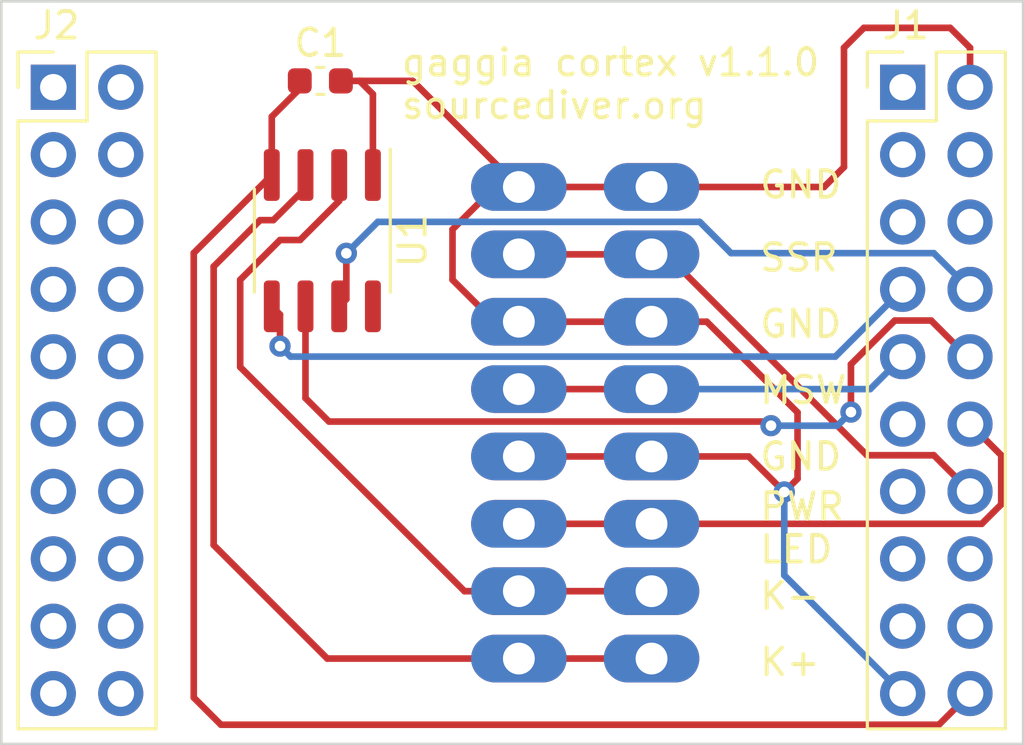
<source format=kicad_pcb>
(kicad_pcb (version 20221018) (generator pcbnew)
  (layers (0 "F.Cu" signal) (31 "B.Cu" signal) (34 "B.Paste" user) (35 "F.Paste" user) (36 "B.SilkS" user "B.Silkscreen") (37 "F.SilkS" user "F.Silkscreen") (38 "B.Mask" user) (39 "F.Mask" user) (44 "Edge.Cuts" user))
  (net 0 "")
  (net 1 "+3.3V")
  (net 2 "GND")
  (net 3 "+5V")
  (net 7 "/SCK")
  (net 8 "/MISO")
  (net 9 "/MAIN_SWITCH_IN")
  (net 10 "/CS_MAX31855")
  (net 12 "/POWER_LED")
  (net 14 "/SSR_OUT")
  (net 39 "/K_MINUS")
  (net 40 "/K_PLUS")
  (footprint "Capacitor_SMD:C_0603_1608Metric" (layer "F.Cu") (at 110.52 97.5)
    (fp_text reference "C1" (at 0 -1.43) (layer "F.SilkS"))
    (fp_text value "C_Small" hide)
    (fp_line (start -0.14058 -0.51) (end 0.14058 -0.51) (stroke (width 0.12)) (layer "F.SilkS"))
    (fp_line (start -0.14058 0.51) (end 0.14058 0.51) (stroke (width 0.12)) (layer "F.SilkS"))
    (pad "1" smd roundrect (at -0.775 0) (size 0.9 0.95) (layers "F.Cu" "F.Paste" "F.Mask") (net 1 "+3.3V"))
    (pad "2" smd roundrect (at 0.775 0) (size 0.9 0.95) (layers "F.Cu" "F.Paste" "F.Mask") (net 2 "GND"))
  )
  (footprint "Package_SO:SOIC-8_3.9x4.9mm_P1.27mm" (layer "F.Cu") (at 110.595 103.525 -90)
    (fp_text reference "U1" (at 0 -3.4 90) (layer "F.SilkS"))
    (fp_text value "MAX31855EASA" hide)
    (fp_line (start 0 -2.56) (end -3.45 -2.56) (stroke (width 0.12)) (layer "F.SilkS"))
    (fp_line (start 0 -2.56) (end 1.95 -2.56) (stroke (width 0.12)) (layer "F.SilkS"))
    (fp_line (start 0 2.56) (end -1.95 2.56) (stroke (width 0.12)) (layer "F.SilkS"))
    (fp_line (start 0 2.56) (end 1.95 2.56) (stroke (width 0.12)) (layer "F.SilkS"))
    (pad "1" smd roundrect (at -2.475 -1.905 270) (size 1.95 0.6) (layers "F.Cu" "F.Paste" "F.Mask") (net 2 "GND"))
    (pad "2" smd roundrect (at -2.475 -0.635 270) (size 1.95 0.6) (layers "F.Cu" "F.Paste" "F.Mask") (net 39 "/K_MINUS"))
    (pad "3" smd roundrect (at -2.475 0.635 270) (size 1.95 0.6) (layers "F.Cu" "F.Paste" "F.Mask") (net 40 "/K_PLUS"))
    (pad "4" smd roundrect (at -2.475 1.905 270) (size 1.95 0.6) (layers "F.Cu" "F.Paste" "F.Mask") (net 1 "+3.3V"))
    (pad "5" smd roundrect (at 2.475 1.905 270) (size 1.95 0.6) (layers "F.Cu" "F.Paste" "F.Mask") (net 7 "/SCK"))
    (pad "6" smd roundrect (at 2.475 0.635 270) (size 1.95 0.6) (layers "F.Cu" "F.Paste" "F.Mask") (net 10 "/CS_MAX31855"))
    (pad "7" smd roundrect (at 2.475 -0.635 270) (size 1.95 0.6) (layers "F.Cu" "F.Paste" "F.Mask") (net 8 "/MISO"))
    (pad "8" smd roundrect (at 2.475 -1.905 270) (size 1.95 0.6) (layers "F.Cu" "F.Paste" "F.Mask"))
  )
  (footprint "Connector_PinHeader_2.54mm:PinHeader_2x10_P2.54mm_Vertical" (layer "F.Cu") (at 132.46 97.74)
    (fp_text reference "J1" (at 0.11998 -2.33) (layer "F.SilkS"))
    (fp_text value "Conn_02x10_Odd_Even" hide)
    (fp_line (start -1.33 -1.33) (end 0 -1.33) (stroke (width 0.12)) (layer "F.SilkS"))
    (fp_line (start -1.33 0) (end -1.33 -1.33) (stroke (width 0.12)) (layer "F.SilkS"))
    (fp_line (start -1.33 1.27) (end -1.33 24.19) (stroke (width 0.12)) (layer "F.SilkS"))
    (fp_line (start -1.33 1.27) (end 1.27 1.27) (stroke (width 0.12)) (layer "F.SilkS"))
    (fp_line (start -1.33 24.19) (end 3.87 24.19) (stroke (width 0.12)) (layer "F.SilkS"))
    (fp_line (start 1.27 -1.33) (end 3.87 -1.33) (stroke (width 0.12)) (layer "F.SilkS"))
    (fp_line (start 1.27 1.27) (end 1.27 -1.33) (stroke (width 0.12)) (layer "F.SilkS"))
    (fp_line (start 3.87 -1.33) (end 3.87 24.19) (stroke (width 0.12)) (layer "F.SilkS"))
    (pad "1" thru_hole rect (at 0 0) (size 1.7 1.7) (drill 1) (layers "*.Cu" "*.Mask") (net 3 "+5V"))
    (pad "2" thru_hole oval (at 2.54 0) (size 1.7 1.7) (drill 1) (layers "*.Cu" "*.Mask") (net 2 "GND"))
    (pad "3" thru_hole oval (at 0 2.54) (size 1.7 1.7) (drill 1) (layers "*.Cu" "*.Mask"))
    (pad "4" thru_hole oval (at 2.54 2.54) (size 1.7 1.7) (drill 1) (layers "*.Cu" "*.Mask"))
    (pad "5" thru_hole oval (at 0 5.08) (size 1.7 1.7) (drill 1) (layers "*.Cu" "*.Mask"))
    (pad "6" thru_hole oval (at 2.54 5.08) (size 1.7 1.7) (drill 1) (layers "*.Cu" "*.Mask"))
    (pad "7" thru_hole oval (at 0 7.62) (size 1.7 1.7) (drill 1) (layers "*.Cu" "*.Mask") (net 7 "/SCK"))
    (pad "8" thru_hole oval (at 2.54 7.62) (size 1.7 1.7) (drill 1) (layers "*.Cu" "*.Mask") (net 8 "/MISO"))
    (pad "9" thru_hole oval (at 0 10.16) (size 1.7 1.7) (drill 1) (layers "*.Cu" "*.Mask") (net 9 "/MAIN_SWITCH_IN"))
    (pad "10" thru_hole oval (at 2.54 10.16) (size 1.7 1.7) (drill 1) (layers "*.Cu" "*.Mask") (net 10 "/CS_MAX31855"))
    (pad "11" thru_hole oval (at 0 12.7) (size 1.7 1.7) (drill 1) (layers "*.Cu" "*.Mask"))
    (pad "12" thru_hole oval (at 2.54 12.7) (size 1.7 1.7) (drill 1) (layers "*.Cu" "*.Mask") (net 12 "/POWER_LED"))
    (pad "13" thru_hole oval (at 0 15.24) (size 1.7 1.7) (drill 1) (layers "*.Cu" "*.Mask"))
    (pad "14" thru_hole oval (at 2.54 15.24) (size 1.7 1.7) (drill 1) (layers "*.Cu" "*.Mask") (net 14 "/SSR_OUT"))
    (pad "15" thru_hole oval (at 0 17.78) (size 1.7 1.7) (drill 1) (layers "*.Cu" "*.Mask"))
    (pad "16" thru_hole oval (at 2.54 17.78) (size 1.7 1.7) (drill 1) (layers "*.Cu" "*.Mask"))
    (pad "17" thru_hole oval (at 0 20.32) (size 1.7 1.7) (drill 1) (layers "*.Cu" "*.Mask"))
    (pad "18" thru_hole oval (at 2.54 20.32) (size 1.7 1.7) (drill 1) (layers "*.Cu" "*.Mask"))
    (pad "19" thru_hole oval (at 0 22.86) (size 1.7 1.7) (drill 1) (layers "*.Cu" "*.Mask") (net 2 "GND"))
    (pad "20" thru_hole oval (at 2.54 22.86) (size 1.7 1.7) (drill 1) (layers "*.Cu" "*.Mask") (net 1 "+3.3V"))
  )
  (footprint "Connector_PinHeader_2.54mm:PinHeader_2x10_P2.54mm_Vertical" (layer "F.Cu") (at 100.46 97.74)
    (fp_text reference "J2" (at 0.11998 -2.33) (layer "F.SilkS"))
    (fp_text value "Conn_02x10_Odd_Even" hide)
    (fp_line (start -1.33 -1.33) (end 0 -1.33) (stroke (width 0.12)) (layer "F.SilkS"))
    (fp_line (start -1.33 0) (end -1.33 -1.33) (stroke (width 0.12)) (layer "F.SilkS"))
    (fp_line (start -1.33 1.27) (end -1.33 24.19) (stroke (width 0.12)) (layer "F.SilkS"))
    (fp_line (start -1.33 1.27) (end 1.27 1.27) (stroke (width 0.12)) (layer "F.SilkS"))
    (fp_line (start -1.33 24.19) (end 3.87 24.19) (stroke (width 0.12)) (layer "F.SilkS"))
    (fp_line (start 1.27 -1.33) (end 3.87 -1.33) (stroke (width 0.12)) (layer "F.SilkS"))
    (fp_line (start 1.27 1.27) (end 1.27 -1.33) (stroke (width 0.12)) (layer "F.SilkS"))
    (fp_line (start 3.87 -1.33) (end 3.87 24.19) (stroke (width 0.12)) (layer "F.SilkS"))
    (pad "1" thru_hole rect (at 0 0) (size 1.7 1.7) (drill 1) (layers "*.Cu" "*.Mask"))
    (pad "2" thru_hole oval (at 2.54 0) (size 1.7 1.7) (drill 1) (layers "*.Cu" "*.Mask"))
    (pad "3" thru_hole oval (at 0 2.54) (size 1.7 1.7) (drill 1) (layers "*.Cu" "*.Mask"))
    (pad "4" thru_hole oval (at 2.54 2.54) (size 1.7 1.7) (drill 1) (layers "*.Cu" "*.Mask"))
    (pad "5" thru_hole oval (at 0 5.08) (size 1.7 1.7) (drill 1) (layers "*.Cu" "*.Mask"))
    (pad "6" thru_hole oval (at 2.54 5.08) (size 1.7 1.7) (drill 1) (layers "*.Cu" "*.Mask"))
    (pad "7" thru_hole oval (at 0 7.62) (size 1.7 1.7) (drill 1) (layers "*.Cu" "*.Mask"))
    (pad "8" thru_hole oval (at 2.54 7.62) (size 1.7 1.7) (drill 1) (layers "*.Cu" "*.Mask"))
    (pad "9" thru_hole oval (at 0 10.16) (size 1.7 1.7) (drill 1) (layers "*.Cu" "*.Mask"))
    (pad "10" thru_hole oval (at 2.54 10.16) (size 1.7 1.7) (drill 1) (layers "*.Cu" "*.Mask"))
    (pad "11" thru_hole oval (at 0 12.7) (size 1.7 1.7) (drill 1) (layers "*.Cu" "*.Mask"))
    (pad "12" thru_hole oval (at 2.54 12.7) (size 1.7 1.7) (drill 1) (layers "*.Cu" "*.Mask"))
    (pad "13" thru_hole oval (at 0 15.24) (size 1.7 1.7) (drill 1) (layers "*.Cu" "*.Mask"))
    (pad "14" thru_hole oval (at 2.54 15.24) (size 1.7 1.7) (drill 1) (layers "*.Cu" "*.Mask"))
    (pad "15" thru_hole oval (at 0 17.78) (size 1.7 1.7) (drill 1) (layers "*.Cu" "*.Mask"))
    (pad "16" thru_hole oval (at 2.54 17.78) (size 1.7 1.7) (drill 1) (layers "*.Cu" "*.Mask"))
    (pad "17" thru_hole oval (at 0 20.32) (size 1.7 1.7) (drill 1) (layers "*.Cu" "*.Mask"))
    (pad "18" thru_hole oval (at 2.54 20.32) (size 1.7 1.7) (drill 1) (layers "*.Cu" "*.Mask"))
    (pad "19" thru_hole oval (at 0 22.86) (size 1.7 1.7) (drill 1) (layers "*.Cu" "*.Mask"))
    (pad "20" thru_hole oval (at 2.54 22.86) (size 1.7 1.7) (drill 1) (layers "*.Cu" "*.Mask"))
  )
  (footprint "wago-233-508:con-wago-233-508" (layer "B.Cu") (at 120.49936 110.39 90)
    (fp_text reference "J3" hide)
    (fp_text value "Conn_02x08_Row_Letter_First" hide)
    (pad "a1" thru_hole oval (at -8.89 2.49936 90) (size 1.79832 3.59918) (drill 1.19888) (layers "*.Cu" "B.Paste" "B.Mask") (net 40 "/K_PLUS"))
    (pad "a2" thru_hole oval (at -6.35 2.49936 90) (size 1.79832 3.59918) (drill 1.19888) (layers "*.Cu" "B.Paste" "B.Mask") (net 39 "/K_MINUS"))
    (pad "a3" thru_hole oval (at -3.81 2.49936 90) (size 1.79832 3.59918) (drill 1.19888) (layers "*.Cu" "B.Paste" "B.Mask") (net 12 "/POWER_LED"))
    (pad "a4" thru_hole oval (at -1.27 2.49936 90) (size 1.79832 3.59918) (drill 1.19888) (layers "*.Cu" "B.Paste" "B.Mask") (net 2 "GND"))
    (pad "a5" thru_hole oval (at 1.27 2.49936 90) (size 1.79832 3.59918) (drill 1.19888) (layers "*.Cu" "B.Paste" "B.Mask") (net 9 "/MAIN_SWITCH_IN"))
    (pad "a6" thru_hole oval (at 3.81 2.49936 90) (size 1.79832 3.59918) (drill 1.19888) (layers "*.Cu" "B.Paste" "B.Mask") (net 2 "GND"))
    (pad "a7" thru_hole oval (at 6.35 2.49936 90) (size 1.79832 3.59918) (drill 1.19888) (layers "*.Cu" "B.Paste" "B.Mask") (net 14 "/SSR_OUT"))
    (pad "a8" thru_hole oval (at 8.89 2.49936 90) (size 1.79832 3.59918) (drill 1.19888) (layers "*.Cu" "B.Paste" "B.Mask") (net 2 "GND"))
    (pad "b1" thru_hole oval (at -8.89 -2.49936 90) (size 1.79832 3.59918) (drill 1.19888) (layers "*.Cu" "B.Paste" "B.Mask") (net 40 "/K_PLUS"))
    (pad "b2" thru_hole oval (at -6.35 -2.49936 90) (size 1.79832 3.59918) (drill 1.19888) (layers "*.Cu" "B.Paste" "B.Mask") (net 39 "/K_MINUS"))
    (pad "b3" thru_hole oval (at -3.81 -2.49936 90) (size 1.79832 3.59918) (drill 1.19888) (layers "*.Cu" "B.Paste" "B.Mask") (net 12 "/POWER_LED"))
    (pad "b4" thru_hole oval (at -1.27 -2.49936 90) (size 1.79832 3.59918) (drill 1.19888) (layers "*.Cu" "B.Paste" "B.Mask") (net 2 "GND"))
    (pad "b5" thru_hole oval (at 1.27 -2.49936 90) (size 1.79832 3.59918) (drill 1.19888) (layers "*.Cu" "B.Paste" "B.Mask") (net 9 "/MAIN_SWITCH_IN"))
    (pad "b6" thru_hole oval (at 3.81 -2.49936 90) (size 1.79832 3.59918) (drill 1.19888) (layers "*.Cu" "B.Paste" "B.Mask") (net 2 "GND"))
    (pad "b7" thru_hole oval (at 6.35 -2.49936 90) (size 1.79832 3.59918) (drill 1.19888) (layers "*.Cu" "B.Paste" "B.Mask") (net 14 "/SSR_OUT"))
    (pad "b8" thru_hole oval (at 8.89 -2.49936 90) (size 1.79832 3.59918) (drill 1.19888) (layers "*.Cu" "B.Paste" "B.Mask") (net 2 "GND"))
  )
  (gr_rect (start 98.5 94.5) (end 137 122.5) (stroke (width 0.1)) (fill none) (layer "Edge.Cuts"))
  (gr_text "K+" (at 127 120) (layer "F.SilkS") (effects (font (size 1 1)) (justify left bottom)))
  (gr_text "GND" (at 127 107.25) (layer "F.SilkS") (effects (font (size 1 1)) (justify left bottom)))
  (gr_text "gaggia cortex v1.1.0\nsourcediver.org" (at 113.5 99) (layer "F.SilkS") (effects (font (size 1 1)) (justify left bottom)))
  (gr_text "GND" (at 127 102) (layer "F.SilkS") (effects (font (size 1 1)) (justify left bottom)))
  (gr_text "SSR\n" (at 127 104.75) (layer "F.SilkS") (effects (font (size 1 1)) (justify left bottom)))
  (gr_text "GND" (at 127 112.25) (layer "F.SilkS") (effects (font (size 1 1)) (justify left bottom)))
  (gr_text "MSW" (at 127 109.75) (layer "F.SilkS") (effects (font (size 1 1)) (justify left bottom)))
  (gr_text "PWR\nLED" (at 127 115.75) (layer "F.SilkS") (effects (font (size 1 1)) (justify left bottom)))
  (gr_text "K-\n" (at 127 117.5) (layer "F.SilkS") (effects (font (size 1 1)) (justify left bottom)))
  (segment (start 108.69 101.05) (end 108.69 98.85) (width 0.25) (layer "F.Cu") (net 1))
  (segment (start 133.825 121.775) (end 135 120.6) (width 0.25) (layer "F.Cu") (net 1))
  (segment (start 105.75 120.75) (end 106.775 121.775) (width 0.25) (layer "F.Cu") (net 1))
  (segment (start 105.75 120.75) (end 105.75 103.99) (width 0.25) (layer "F.Cu") (net 1))
  (segment (start 105.75 103.99) (end 108.69 101.05) (width 0.25) (layer "F.Cu") (net 1))
  (segment (start 108.69 98.85) (end 110.04 97.5) (width 0.25) (layer "F.Cu") (net 1))
  (segment (start 106.775 121.775) (end 133.825 121.775) (width 0.25) (layer "F.Cu") (net 1))
  (segment (start 112.5 98) (end 112 97.5) (width 0.25) (layer "F.Cu") (net 2))
  (segment (start 112.5 101.05) (end 112.5 98) (width 0.25) (layer "F.Cu") (net 2))
  (segment (start 122.99872 106.58) (end 118 106.58) (width 0.25) (layer "F.Cu") (net 2))
  (segment (start 128.5 112.5) (end 128.5 110) (width 0.25) (layer "F.Cu") (net 2))
  (segment (start 118 101.5) (end 122.99872 101.5) (width 0.25) (layer "F.Cu") (net 2))
  (segment (start 115.5 105) (end 115.5 103.09957) (width 0.25) (layer "F.Cu") (net 2))
  (segment (start 118 111.66) (end 122.99872 111.66) (width 0.25) (layer "F.Cu") (net 2))
  (segment (start 117.08 106.58) (end 115.5 105) (width 0.25) (layer "F.Cu") (net 2))
  (segment (start 126.66 111.66) (end 128 113) (width 0.25) (layer "F.Cu") (net 2))
  (segment (start 128.5 110) (end 125.08 106.58) (width 0.25) (layer "F.Cu") (net 2))
  (segment (start 131 95.5) (end 134.25 95.5) (width 0.25) (layer "F.Cu") (net 2))
  (segment (start 114 97.5) (end 118 101.5) (width 0.25) (layer "F.Cu") (net 2))
  (segment (start 112 97.5) (end 114 97.5) (width 0.25) (layer "F.Cu") (net 2))
  (segment (start 122.99872 111.66) (end 126.66 111.66) (width 0.25) (layer "F.Cu") (net 2))
  (segment (start 117.09957 101.5) (end 118 101.5) (width 0.25) (layer "F.Cu") (net 2))
  (segment (start 134.25 95.5) (end 135 96.25) (width 0.25) (layer "F.Cu") (net 2))
  (segment (start 125.08 106.58) (end 122.99872 106.58) (width 0.25) (layer "F.Cu") (net 2))
  (segment (start 129.5 101.5) (end 130.25 100.75) (width 0.25) (layer "F.Cu") (net 2))
  (segment (start 128 113) (end 128.5 112.5) (width 0.25) (layer "F.Cu") (net 2))
  (segment (start 130.25 96.25) (end 131 95.5) (width 0.25) (layer "F.Cu") (net 2))
  (segment (start 118 106.58) (end 117.08 106.58) (width 0.25) (layer "F.Cu") (net 2))
  (segment (start 115.5 103.09957) (end 117.09957 101.5) (width 0.25) (layer "F.Cu") (net 2))
  (segment (start 135 96.25) (end 135 97.74) (width 0.25) (layer "F.Cu") (net 2))
  (segment (start 111 97.5) (end 112 97.5) (width 0.25) (layer "F.Cu") (net 2))
  (segment (start 122.99872 101.5) (end 129.5 101.5) (width 0.25) (layer "F.Cu") (net 2))
  (segment (start 130.25 100.75) (end 130.25 96.25) (width 0.25) (layer "F.Cu") (net 2))
  (via (at 128 113) (size 0.8) (drill 0.4) (layers "F.Cu" "B.Cu") (net 2))
  (segment (start 128 113) (end 128 116.14) (width 0.25) (layer "B.Cu") (net 2))
  (segment (start 128 116.14) (end 132.46 120.6) (width 0.25) (layer "B.Cu") (net 2))
  (segment (start 109 107.5) (end 109 106.31) (width 0.25) (layer "F.Cu") (net 7))
  (segment (start 109 106.31) (end 108.69 106) (width 0.25) (layer "F.Cu") (net 7))
  (via (at 109 107.5) (size 0.8) (drill 0.4) (layers "F.Cu" "B.Cu") (net 7))
  (segment (start 132.46 105.36) (end 129.92416 107.89584) (width 0.25) (layer "B.Cu") (net 7))
  (segment (start 109.39584 107.89584) (end 109 107.5) (width 0.25) (layer "B.Cu") (net 7))
  (segment (start 129.92416 107.89584) (end 109.39584 107.89584) (width 0.25) (layer "B.Cu") (net 7))
  (segment (start 111.5 105.73) (end 111.23 106) (width 0.25) (layer "F.Cu") (net 8))
  (segment (start 111.5 104) (end 111.5 105.73) (width 0.25) (layer "F.Cu") (net 8))
  (via (at 111.5 104) (size 0.8) (drill 0.4) (layers "F.Cu" "B.Cu") (net 8))
  (segment (start 135 105.36) (end 133.635 103.995) (width 0.25) (layer "B.Cu") (net 8))
  (segment (start 112.68416 102.81584) (end 111.5 104) (width 0.25) (layer "B.Cu") (net 8))
  (segment (start 133.635 103.995) (end 125.995 103.995) (width 0.25) (layer "B.Cu") (net 8))
  (segment (start 124.81584 102.81584) (end 112.68416 102.81584) (width 0.25) (layer "B.Cu") (net 8))
  (segment (start 125.995 103.995) (end 124.81584 102.81584) (width 0.25) (layer "B.Cu") (net 8))
  (segment (start 122.99872 109.12) (end 118 109.12) (width 0.25) (layer "F.Cu") (net 9))
  (segment (start 122.99872 109.12) (end 131.24 109.12) (width 0.25) (layer "B.Cu") (net 9))
  (segment (start 131.24 109.12) (end 132.46 107.9) (width 0.25) (layer "B.Cu") (net 9))
  (segment (start 132.163299 106.535) (end 130.512299 108.186) (width 0.25) (layer "F.Cu") (net 10))
  (segment (start 133.535 106.535) (end 132.163299 106.535) (width 0.25) (layer "F.Cu") (net 10))
  (segment (start 135 108) (end 133.535 106.535) (width 0.25) (layer "F.Cu") (net 10))
  (segment (start 109.96 106) (end 109.96 109.46) (width 0.25) (layer "F.Cu") (net 10))
  (segment (start 109.96 109.46) (end 110.84416 110.34416) (width 0.25) (layer "F.Cu") (net 10))
  (segment (start 135 107.9) (end 135 108) (width 0.25) (layer "F.Cu") (net 10))
  (segment (start 127.34416 110.34416) (end 127.5 110.5) (width 0.25) (layer "F.Cu") (net 10))
  (segment (start 130.512299 108.186) (end 130.512299 109.987701) (width 0.25) (layer "F.Cu") (net 10))
  (segment (start 110.84416 110.34416) (end 127.34416 110.34416) (width 0.25) (layer "F.Cu") (net 10))
  (via (at 127.5 110.5) (size 0.8) (drill 0.4) (layers "F.Cu" "B.Cu") (net 10))
  (via (at 130.512299 109.987701) (size 0.8) (drill 0.4) (layers "F.Cu" "B.Cu") (net 10))
  (segment (start 130 110.5) (end 127.5 110.5) (width 0.25) (layer "B.Cu") (net 10))
  (segment (start 130.512299 109.987701) (end 130 110.5) (width 0.25) (layer "B.Cu") (net 10))
  (segment (start 136.175 111.615) (end 136.175 113.466701) (width 0.25) (layer "F.Cu") (net 12))
  (segment (start 118 114.2) (end 122.99872 114.2) (width 0.25) (layer "F.Cu") (net 12))
  (segment (start 136.175 113.466701) (end 135.441701 114.2) (width 0.25) (layer "F.Cu") (net 12))
  (segment (start 135.441701 114.2) (end 122.99872 114.2) (width 0.25) (layer "F.Cu") (net 12))
  (segment (start 135 110.44) (end 136.175 111.615) (width 0.25) (layer "F.Cu") (net 12))
  (segment (start 118 104.04) (end 122.99872 104.04) (width 0.25) (layer "F.Cu") (net 14))
  (segment (start 133.635 111.615) (end 131.115 111.615) (width 0.25) (layer "F.Cu") (net 14))
  (segment (start 131.115 111.615) (end 123.54 104.04) (width 0.25) (layer "F.Cu") (net 14))
  (segment (start 123.54 104.04) (end 122.99872 104.04) (width 0.25) (layer "F.Cu") (net 14))
  (segment (start 135 112.98) (end 133.635 111.615) (width 0.25) (layer "F.Cu") (net 14))
  (segment (start 109.754999 103.5) (end 109 103.5) (width 0.25) (layer "F.Cu") (net 39))
  (segment (start 107.5 108.28959) (end 115.95041 116.74) (width 0.25) (layer "F.Cu") (net 39))
  (segment (start 107.5 105) (end 107.5 108.28959) (width 0.25) (layer "F.Cu") (net 39))
  (segment (start 118 116.74) (end 118 117) (width 0.25) (layer "F.Cu") (net 39))
  (segment (start 115.95041 116.74) (end 118 116.74) (width 0.25) (layer "F.Cu") (net 39))
  (segment (start 109 103.5) (end 107.5 105) (width 0.25) (layer "F.Cu") (net 39))
  (segment (start 118 116.74) (end 122.99872 116.74) (width 0.25) (layer "F.Cu") (net 39))
  (segment (start 111.23 102.024999) (end 111.23 101.05) (width 0.25) (layer "F.Cu") (net 39))
  (segment (start 111.23 102.024999) (end 109.754999 103.5) (width 0.25) (layer "F.Cu") (net 39))
  (segment (start 116.74 116.74) (end 118 116.74) (width 0.25) (layer "B.Cu") (net 39))
  (segment (start 108.75 102.75) (end 109.96 101.54) (width 0.25) (layer "F.Cu") (net 40))
  (segment (start 106.5 104.5) (end 108.25 102.75) (width 0.25) (layer "F.Cu") (net 40))
  (segment (start 122.99872 119.28) (end 118 119.28) (width 0.25) (layer "F.Cu") (net 40))
  (segment (start 118 119.28) (end 110.78 119.28) (width 0.25) (layer "F.Cu") (net 40))
  (segment (start 106.5 115) (end 106.5 104.5) (width 0.25) (layer "F.Cu") (net 40))
  (segment (start 108.25 102.75) (end 108.75 102.75) (width 0.25) (layer "F.Cu") (net 40))
  (segment (start 110.78 119.28) (end 106.5 115) (width 0.25) (layer "F.Cu") (net 40))
  (segment (start 109.96 101.54) (end 109.96 101.05) (width 0.25) (layer "F.Cu") (net 40))
)
</source>
